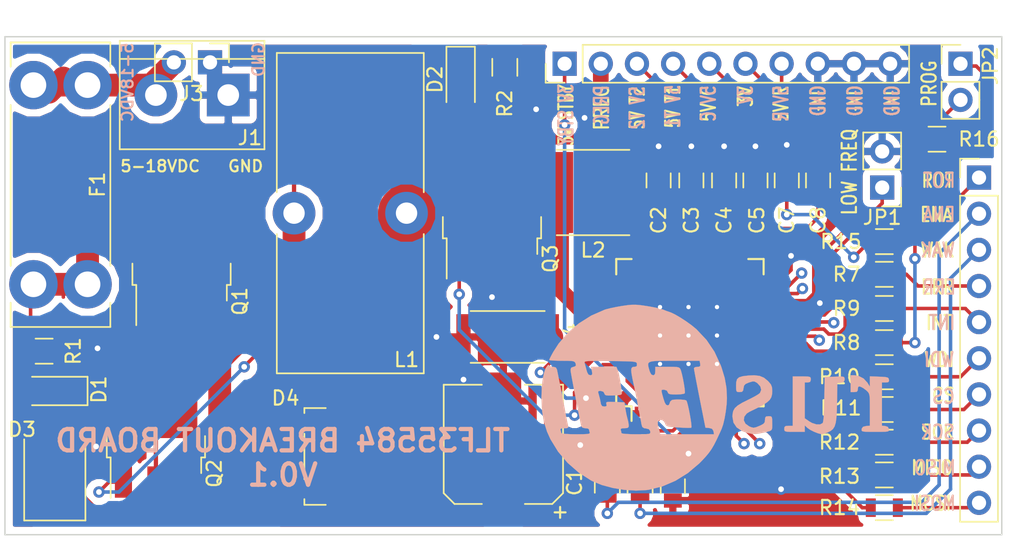
<source format=kicad_pcb>
(kicad_pcb (version 4) (host pcbnew 4.0.7)
  (layers (0 F.Cu signal) (31 B.Cu signal) (34 B.Paste user) (35 F.Paste user) (36 B.SilkS user) (37 F.SilkS user) (38 B.Mask user) (39 F.Mask user) (44 Edge.Cuts user))
  (net 0 "")
  (net 1 GND)
  (net 2 /VST)
  (net 3 /V_PREREG)
  (net 4 /5V_TRACKER1)
  (net 5 /5V_TRACKER2)
  (net 6 /5V_COMMS)
  (net 7 /3.3V_STBY)
  (net 8 /3.3V_UC)
  (net 9 /5V_REF)
  (net 10 "Net-(D1-Pad1)")
  (net 11 "Net-(D2-Pad2)")
  (net 12 "Net-(D2-Pad1)")
  (net 13 "Net-(D4-Pad2)")
  (net 14 /12V_BAT)
  (net 15 "Net-(F1-Pad1)")
  (net 16 /SPI_MOSI)
  (net 17 /SPI_MISO)
  (net 18 /SPI_SCK)
  (net 19 /SPI_CS)
  (net 20 /INT)
  (net 21 /ERR)
  (net 22 /WAKE)
  (net 23 /ENABLE)
  (net 24 "Net-(JP1-Pad1)")
  (net 25 "Net-(L2-Pad1)")
  (net 26 "Net-(Q1-Pad3)")
  (net 27 "Net-(Q3-Pad1)")
  (net 28 "Net-(Q3-Pad3)")
  (net 29 "Net-(R5-Pad2)")
  (net 30 "Net-(R6-Pad2)")
  (net 31 "Net-(R7-Pad1)")
  (net 32 "Net-(R8-Pad1)")
  (net 33 "Net-(R9-Pad1)")
  (net 34 "Net-(R10-Pad1)")
  (net 35 "Net-(R11-Pad1)")
  (net 36 "Net-(R12-Pad1)")
  (net 37 "Net-(R13-Pad1)")
  (net 38 "Net-(R14-Pad1)")
  (net 39 /WDI)
  (net 40 /ROT)
  (net 41 "Net-(JP2-Pad1)")
  (module TO_SOT_Packages_SMD:TO-252-2 (layer F.Cu) (at 128.6 93.675 90)
    (fp_text reference Q1 (at -3.625 4.1 90) (layer F.SilkS))
    (fp_text value DN2625K4)
    (pad 1 smd rect (at -4.2 -2.28 90) (size 2.2 1.2) (layers F.Cu F.Paste F.Mask) (net 10 "Net-(D1-Pad1)"))
    (pad 3 smd rect (at -4.2 2.28 90) (size 2.2 1.2) (layers F.Cu F.Paste F.Mask) (net 26 "Net-(Q1-Pad3)"))
    (pad 2 smd rect (at 2.1 0 90) (size 6.4 5.8) (layers F.Cu F.Mask) (net 15 "Net-(F1-Pad1)"))
    (pad 2 smd rect (at 3.775 1.525 90) (size 3.05 2.75) (layers F.Cu F.Paste) (net 15 "Net-(F1-Pad1)"))
    (pad 2 smd rect (at 0.425 -1.525 90) (size 3.05 2.75) (layers F.Cu F.Paste) (net 15 "Net-(F1-Pad1)"))
    (pad 2 smd rect (at 3.775 -1.525 90) (size 3.05 2.75) (layers F.Cu F.Paste) (net 15 "Net-(F1-Pad1)"))
    (pad 2 smd rect (at 0.425 1.525 90) (size 3.05 2.75) (layers F.Cu F.Paste) (net 15 "Net-(F1-Pad1)"))
  )
  (module Capacitors_SMD:CP_Elec_8x10.5 (layer F.Cu) (at 151.2 107.35 90)
    (fp_text reference C1 (at -2.65 5 90) (layer F.SilkS))
    (fp_text value 100uF/50V)
    (fp_text user + (at -4.78 3.91 90) (layer F.SilkS))
    (pad 1 smd rect (at -3.05 0 270) (size 4 2.5) (layers F.Cu F.Paste F.Mask) (net 2 /VST))
    (pad 2 smd rect (at 3.05 0 270) (size 4 2.5) (layers F.Cu F.Paste F.Mask) (net 1 GND))
  )
  (module Capacitors_SMD:C_0805 (layer F.Cu) (at 162.1 88.8 270)
    (fp_text reference C2 (at 2.8 0 270) (layer F.SilkS))
    (fp_text value 22uF/16V)
    (pad 1 smd rect (at -1 0 270) (size 1 1.25) (layers F.Cu F.Paste F.Mask) (net 1 GND))
    (pad 2 smd rect (at 1 0 270) (size 1 1.25) (layers F.Cu F.Paste F.Mask) (net 3 /V_PREREG))
  )
  (module Capacitors_SMD:C_0805 (layer F.Cu) (at 164.4 88.8 90)
    (fp_text reference C3 (at -2.8 0 90) (layer F.SilkS))
    (fp_text value 4.7uF/16V)
    (pad 1 smd rect (at -1 0 90) (size 1 1.25) (layers F.Cu F.Paste F.Mask) (net 4 /5V_TRACKER1))
    (pad 2 smd rect (at 1 0 90) (size 1 1.25) (layers F.Cu F.Paste F.Mask) (net 1 GND))
  )
  (module Capacitors_SMD:C_0805 (layer F.Cu) (at 166.7 88.8 90)
    (fp_text reference C4 (at -2.8 0 90) (layer F.SilkS))
    (fp_text value 4.7uF/16V)
    (pad 1 smd rect (at -1 0 90) (size 1 1.25) (layers F.Cu F.Paste F.Mask) (net 5 /5V_TRACKER2))
    (pad 2 smd rect (at 1 0 90) (size 1 1.25) (layers F.Cu F.Paste F.Mask) (net 1 GND))
  )
  (module Capacitors_SMD:C_0805 (layer F.Cu) (at 168.9 88.8 90)
    (fp_text reference C5 (at -2.8 0.1 90) (layer F.SilkS))
    (fp_text value 22uF/16V)
    (pad 1 smd rect (at -1 0 90) (size 1 1.25) (layers F.Cu F.Paste F.Mask) (net 6 /5V_COMMS))
    (pad 2 smd rect (at 1 0 90) (size 1 1.25) (layers F.Cu F.Paste F.Mask) (net 1 GND))
  )
  (module Capacitors_SMD:C_0805 (layer F.Cu) (at 163.1 110.3 270)
    (fp_text reference C6 (at -2.8 -0.1 270) (layer F.SilkS))
    (fp_text value 4.7uF/16V)
    (pad 1 smd rect (at -1 0 270) (size 1 1.25) (layers F.Cu F.Paste F.Mask) (net 7 /3.3V_STBY))
    (pad 2 smd rect (at 1 0 270) (size 1 1.25) (layers F.Cu F.Paste F.Mask) (net 1 GND))
  )
  (module Capacitors_SMD:C_0805 (layer F.Cu) (at 171.1 88.8 90)
    (fp_text reference C7 (at -2.8 0 90) (layer F.SilkS))
    (fp_text value 22uF/16V)
    (pad 1 smd rect (at -1 0 90) (size 1 1.25) (layers F.Cu F.Paste F.Mask) (net 8 /3.3V_UC))
    (pad 2 smd rect (at 1 0 90) (size 1 1.25) (layers F.Cu F.Paste F.Mask) (net 1 GND))
  )
  (module Capacitors_SMD:C_0805 (layer F.Cu) (at 173.3 88.8 90)
    (fp_text reference C8 (at -2.8 0 90) (layer F.SilkS))
    (fp_text value 4.7uF/16V)
    (pad 1 smd rect (at -1 0 90) (size 1 1.25) (layers F.Cu F.Paste F.Mask) (net 9 /5V_REF))
    (pad 2 smd rect (at 1 0 90) (size 1 1.25) (layers F.Cu F.Paste F.Mask) (net 1 GND))
  )
  (module Diodes_SMD:D_SOD-123 (layer F.Cu) (at 119.75 103.6 180)
    (fp_text reference D1 (at -3.05 0.1 270) (layer F.SilkS))
    (fp_text value BZT52C18)
    (pad 1 smd rect (at -1.65 0 180) (size 0.9 1.2) (layers F.Cu F.Paste F.Mask) (net 10 "Net-(D1-Pad1)"))
    (pad 2 smd rect (at 1.65 0 180) (size 0.9 1.2) (layers F.Cu F.Paste F.Mask) (net 1 GND))
  )
  (module Diodes_SMD:D_SOD-123 (layer F.Cu) (at 148.2 81.65 270)
    (fp_text reference D2 (at 0.05 1.8 270) (layer F.SilkS))
    (fp_text value BZT52C18)
    (pad 1 smd rect (at -1.65 0 270) (size 0.9 1.2) (layers F.Cu F.Paste F.Mask) (net 12 "Net-(D2-Pad1)"))
    (pad 2 smd rect (at 1.65 0 270) (size 0.9 1.2) (layers F.Cu F.Paste F.Mask) (net 11 "Net-(D2-Pad2)"))
  )
  (module Diodes_SMD:D_SMB (layer F.Cu) (at 119.7 109.15 90)
    (fp_text reference D3 (at 2.85 -2.3) (layer F.SilkS))
    (fp_text value SMBJ24A)
    (pad 1 smd rect (at -2.15 0 90) (size 2.5 2.3) (layers F.Cu F.Paste F.Mask) (net 12 "Net-(D2-Pad1)"))
    (pad 2 smd rect (at 2.15 0 90) (size 2.5 2.3) (layers F.Cu F.Paste F.Mask) (net 1 GND))
  )
  (module Pin_Headers:Pin_Header_Straight_1x10_Pitch2.54mm (layer F.Cu) (at 184.6 88.6)
    (fp_text reference J2 hide)
    (fp_text value SIGNALS)
    (pad 1 thru_hole rect (at 0 0) (size 1.7 1.7) (drill 1) (layers *.Cu *.Mask) (net 40 /ROT))
    (pad 2 thru_hole oval (at 0 2.54) (size 1.7 1.7) (drill 1) (layers *.Cu *.Mask) (net 23 /ENABLE))
    (pad 3 thru_hole oval (at 0 5.08) (size 1.7 1.7) (drill 1) (layers *.Cu *.Mask) (net 22 /WAKE))
    (pad 4 thru_hole oval (at 0 7.62) (size 1.7 1.7) (drill 1) (layers *.Cu *.Mask) (net 21 /ERR))
    (pad 5 thru_hole oval (at 0 10.16) (size 1.7 1.7) (drill 1) (layers *.Cu *.Mask) (net 20 /INT))
    (pad 6 thru_hole oval (at 0 12.7) (size 1.7 1.7) (drill 1) (layers *.Cu *.Mask) (net 39 /WDI))
    (pad 7 thru_hole oval (at 0 15.24) (size 1.7 1.7) (drill 1) (layers *.Cu *.Mask) (net 19 /SPI_CS))
    (pad 8 thru_hole oval (at 0 17.78) (size 1.7 1.7) (drill 1) (layers *.Cu *.Mask) (net 18 /SPI_SCK))
    (pad 9 thru_hole oval (at 0 20.32) (size 1.7 1.7) (drill 1) (layers *.Cu *.Mask) (net 17 /SPI_MISO))
    (pad 10 thru_hole oval (at 0 22.86) (size 1.7 1.7) (drill 1) (layers *.Cu *.Mask) (net 16 /SPI_MOSI))
  )
  (module Pin_Headers:Pin_Header_Straight_1x02_Pitch2.54mm (layer F.Cu) (at 177.8 89.3 180)
    (fp_text reference JP1 (at 0 -2.1 180) (layer F.SilkS))
    (fp_text value FRE)
    (pad 1 thru_hole rect (at 0 0 180) (size 1.7 1.7) (drill 1) (layers *.Cu *.Mask) (net 24 "Net-(JP1-Pad1)"))
    (pad 2 thru_hole oval (at 0 2.54 180) (size 1.7 1.7) (drill 1) (layers *.Cu *.Mask) (net 1 GND))
  )
  (module Inductors_THT:L_Toroid_Vertical_L22.4mm_W10.2mm_P7.90mm_Vishay_TJ4 (layer F.Cu) (at 144.4 91.1 270)
    (fp_text reference L1 (at 10.3 0) (layer F.SilkS))
    (fp_text value 22uH/8A)
    (pad 1 thru_hole circle (at 0 0 270) (size 3 3) (drill 1.5) (layers *.Cu *.Mask) (net 13 "Net-(D4-Pad2)"))
    (pad 2 thru_hole circle (at 0 7.9 270) (size 3 3) (drill 1.5) (layers *.Cu *.Mask) (net 12 "Net-(D2-Pad1)"))
  )
  (module TO_SOT_Packages_SMD:TO-252-3_TabPin2 (layer F.Cu) (at 126.8 105.8 90)
    (fp_text reference Q2 (at -3.6 4.1 90) (layer F.SilkS))
    (fp_text value NTD2955T4G)
    (pad 1 smd rect (at -4.2 -2.28 90) (size 2.2 1.2) (layers F.Cu F.Paste F.Mask) (net 11 "Net-(D2-Pad2)"))
    (pad 2 smd rect (at -4.2 0 90) (size 2.2 1.2) (layers F.Cu F.Paste F.Mask) (net 26 "Net-(Q1-Pad3)"))
    (pad 3 smd rect (at -4.2 2.28 90) (size 2.2 1.2) (layers F.Cu F.Paste F.Mask) (net 12 "Net-(D2-Pad1)"))
    (pad 2 smd rect (at 2.1 0 90) (size 6.4 5.8) (layers F.Cu F.Mask) (net 26 "Net-(Q1-Pad3)"))
    (pad 2 smd rect (at 3.775 1.525 90) (size 3.05 2.75) (layers F.Cu F.Paste) (net 26 "Net-(Q1-Pad3)"))
    (pad 2 smd rect (at 0.425 -1.525 90) (size 3.05 2.75) (layers F.Cu F.Paste) (net 26 "Net-(Q1-Pad3)"))
    (pad 2 smd rect (at 3.775 -1.525 90) (size 3.05 2.75) (layers F.Cu F.Paste) (net 26 "Net-(Q1-Pad3)"))
    (pad 2 smd rect (at 0.425 1.525 90) (size 3.05 2.75) (layers F.Cu F.Paste) (net 26 "Net-(Q1-Pad3)"))
  )
  (module TO_SOT_Packages_SMD:TO-252-3_TabPin2 (layer F.Cu) (at 150.4 90.4 90)
    (fp_text reference Q3 (at -3.9 4.1 90) (layer F.SilkS))
    (fp_text value NTD20N06LT4G)
    (pad 1 smd rect (at -4.2 -2.28 90) (size 2.2 1.2) (layers F.Cu F.Paste F.Mask) (net 27 "Net-(Q3-Pad1)"))
    (pad 2 smd rect (at -4.2 0 90) (size 2.2 1.2) (layers F.Cu F.Paste F.Mask) (net 13 "Net-(D4-Pad2)"))
    (pad 3 smd rect (at -4.2 2.28 90) (size 2.2 1.2) (layers F.Cu F.Paste F.Mask) (net 28 "Net-(Q3-Pad3)"))
    (pad 2 smd rect (at 2.1 0 90) (size 6.4 5.8) (layers F.Cu F.Mask) (net 13 "Net-(D4-Pad2)"))
    (pad 2 smd rect (at 3.775 1.525 90) (size 3.05 2.75) (layers F.Cu F.Paste) (net 13 "Net-(D4-Pad2)"))
    (pad 2 smd rect (at 0.425 -1.525 90) (size 3.05 2.75) (layers F.Cu F.Paste) (net 13 "Net-(D4-Pad2)"))
    (pad 2 smd rect (at 3.775 -1.525 90) (size 3.05 2.75) (layers F.Cu F.Paste) (net 13 "Net-(D4-Pad2)"))
    (pad 2 smd rect (at 0.425 1.525 90) (size 3.05 2.75) (layers F.Cu F.Paste) (net 13 "Net-(D4-Pad2)"))
  )
  (module Resistors_SMD:R_0805 (layer F.Cu) (at 118.95 100.8)
    (fp_text reference R1 (at 2.05 0 90) (layer F.SilkS))
    (fp_text value 100K)
    (pad 1 smd rect (at -0.95 0) (size 0.7 1.3) (layers F.Cu F.Paste F.Mask) (net 15 "Net-(F1-Pad1)"))
    (pad 2 smd rect (at 0.95 0) (size 0.7 1.3) (layers F.Cu F.Paste F.Mask) (net 10 "Net-(D1-Pad1)"))
  )
  (module Resistors_SMD:R_0805 (layer F.Cu) (at 151.3 80.85 90)
    (fp_text reference R2 (at -2.55 0 270) (layer F.SilkS))
    (fp_text value 39K)
    (pad 1 smd rect (at -0.95 0 90) (size 0.7 1.3) (layers F.Cu F.Paste F.Mask) (net 11 "Net-(D2-Pad2)"))
    (pad 2 smd rect (at 0.95 0 90) (size 0.7 1.3) (layers F.Cu F.Paste F.Mask) (net 1 GND))
  )
  (module Resistors_SMD:R_0805 (layer F.Cu) (at 158.5 110.15 90)
    (fp_text reference R5 (at 2.65 0.1 90) (layer F.SilkS))
    (fp_text value 1K)
    (pad 1 smd rect (at -0.95 0 90) (size 0.7 1.3) (layers F.Cu F.Paste F.Mask) (net 23 /ENABLE))
    (pad 2 smd rect (at 0.95 0 90) (size 0.7 1.3) (layers F.Cu F.Paste F.Mask) (net 29 "Net-(R5-Pad2)"))
  )
  (module Resistors_SMD:R_0805 (layer F.Cu) (at 160.8 110.15 90)
    (fp_text reference R6 (at 2.65 0.1 90) (layer F.SilkS))
    (fp_text value 1K)
    (pad 1 smd rect (at -0.95 0 90) (size 0.7 1.3) (layers F.Cu F.Paste F.Mask) (net 22 /WAKE))
    (pad 2 smd rect (at 0.95 0 90) (size 0.7 1.3) (layers F.Cu F.Paste F.Mask) (net 30 "Net-(R6-Pad2)"))
  )
  (module Resistors_SMD:R_0805 (layer F.Cu) (at 177.95 95.4)
    (fp_text reference R7 (at -2.65 0) (layer F.SilkS))
    (fp_text value 1K)
    (pad 1 smd rect (at -0.95 0) (size 0.7 1.3) (layers F.Cu F.Paste F.Mask) (net 31 "Net-(R7-Pad1)"))
    (pad 2 smd rect (at 0.95 0) (size 0.7 1.3) (layers F.Cu F.Paste F.Mask) (net 21 /ERR))
  )
  (module Resistors_SMD:R_0805 (layer F.Cu) (at 177.95 100.2)
    (fp_text reference R8 (at -2.65 0) (layer F.SilkS))
    (fp_text value 1K)
    (pad 1 smd rect (at -0.95 0) (size 0.7 1.3) (layers F.Cu F.Paste F.Mask) (net 32 "Net-(R8-Pad1)"))
    (pad 2 smd rect (at 0.95 0) (size 0.7 1.3) (layers F.Cu F.Paste F.Mask) (net 40 /ROT))
  )
  (module Resistors_SMD:R_0805 (layer F.Cu) (at 177.95 97.8)
    (fp_text reference R9 (at -2.65 0) (layer F.SilkS))
    (fp_text value 1K)
    (pad 1 smd rect (at -0.95 0) (size 0.7 1.3) (layers F.Cu F.Paste F.Mask) (net 33 "Net-(R9-Pad1)"))
    (pad 2 smd rect (at 0.95 0) (size 0.7 1.3) (layers F.Cu F.Paste F.Mask) (net 20 /INT))
  )
  (module Resistors_SMD:R_0805 (layer F.Cu) (at 177.95 102.6)
    (fp_text reference R10 (at -3.15 0) (layer F.SilkS))
    (fp_text value 1K)
    (pad 1 smd rect (at -0.95 0) (size 0.7 1.3) (layers F.Cu F.Paste F.Mask) (net 34 "Net-(R10-Pad1)"))
    (pad 2 smd rect (at 0.95 0) (size 0.7 1.3) (layers F.Cu F.Paste F.Mask) (net 39 /WDI))
  )
  (module Resistors_SMD:R_0805 (layer F.Cu) (at 177.95 104.9)
    (fp_text reference R11 (at -3.05 -0.1) (layer F.SilkS))
    (fp_text value 1K)
    (pad 1 smd rect (at -0.95 0) (size 0.7 1.3) (layers F.Cu F.Paste F.Mask) (net 35 "Net-(R11-Pad1)"))
    (pad 2 smd rect (at 0.95 0) (size 0.7 1.3) (layers F.Cu F.Paste F.Mask) (net 19 /SPI_CS))
  )
  (module Resistors_SMD:R_0805 (layer F.Cu) (at 177.95 107.2)
    (fp_text reference R12 (at -3.15 0) (layer F.SilkS))
    (fp_text value 1K)
    (pad 1 smd rect (at -0.95 0) (size 0.7 1.3) (layers F.Cu F.Paste F.Mask) (net 36 "Net-(R12-Pad1)"))
    (pad 2 smd rect (at 0.95 0) (size 0.7 1.3) (layers F.Cu F.Paste F.Mask) (net 18 /SPI_SCK))
  )
  (module Resistors_SMD:R_0805 (layer F.Cu) (at 177.95 109.5)
    (fp_text reference R13 (at -3.15 0.1) (layer F.SilkS))
    (fp_text value 1K)
    (pad 1 smd rect (at -0.95 0) (size 0.7 1.3) (layers F.Cu F.Paste F.Mask) (net 37 "Net-(R13-Pad1)"))
    (pad 2 smd rect (at 0.95 0) (size 0.7 1.3) (layers F.Cu F.Paste F.Mask) (net 17 /SPI_MISO))
  )
  (module Resistors_SMD:R_0805 (layer F.Cu) (at 177.95 111.8)
    (fp_text reference R14 (at -3.15 0) (layer F.SilkS))
    (fp_text value 1K)
    (pad 1 smd rect (at -0.95 0) (size 0.7 1.3) (layers F.Cu F.Paste F.Mask) (net 38 "Net-(R14-Pad1)"))
    (pad 2 smd rect (at 0.95 0) (size 0.7 1.3) (layers F.Cu F.Paste F.Mask) (net 16 /SPI_MOSI))
  )
  (module Resistors_SMD:R_0805 (layer F.Cu) (at 177.95 93.1)
    (fp_text reference R15 (at -3.05 0) (layer F.SilkS))
    (fp_text value 10K)
    (pad 1 smd rect (at -0.95 0) (size 0.7 1.3) (layers F.Cu F.Paste F.Mask) (net 8 /3.3V_UC))
    (pad 2 smd rect (at 0.95 0) (size 0.7 1.3) (layers F.Cu F.Paste F.Mask) (net 40 /ROT))
  )
  (module Housings_QFP:LQFP-64-1EP_10x10mm_Pitch0.5mm (layer F.Cu) (at 164.3 99.5 90)
    (fp_text reference U1 (at -6.1 -5.3 180) (layer F.SilkS))
    (fp_text value TLF35584QKVS2)
    (pad 1 smd rect (at -5.7 -3.75 90) (size 1 0.25) (layers F.Cu F.Paste F.Mask) (net 1 GND))
    (pad 2 smd rect (at -5.7 -3.25 90) (size 1 0.25) (layers F.Cu F.Paste F.Mask) (net 1 GND))
    (pad 3 smd rect (at -5.7 -2.75 90) (size 1 0.25) (layers F.Cu F.Paste F.Mask))
    (pad 4 smd rect (at -5.7 -2.25 90) (size 1 0.25) (layers F.Cu F.Paste F.Mask))
    (pad 5 smd rect (at -5.7 -1.75 90) (size 1 0.25) (layers F.Cu F.Paste F.Mask) (net 2 /VST))
    (pad 6 smd rect (at -5.7 -1.25 90) (size 1 0.25) (layers F.Cu F.Paste F.Mask))
    (pad 7 smd rect (at -5.7 -0.75 90) (size 1 0.25) (layers F.Cu F.Paste F.Mask) (net 29 "Net-(R5-Pad2)"))
    (pad 8 smd rect (at -5.7 -0.25 90) (size 1 0.25) (layers F.Cu F.Paste F.Mask) (net 30 "Net-(R6-Pad2)"))
    (pad 9 smd rect (at -5.7 0.25 90) (size 1 0.25) (layers F.Cu F.Paste F.Mask))
    (pad 10 smd rect (at -5.7 0.75 90) (size 1 0.25) (layers F.Cu F.Paste F.Mask) (net 7 /3.3V_STBY))
    (pad 11 smd rect (at -5.7 1.25 90) (size 1 0.25) (layers F.Cu F.Paste F.Mask) (net 1 GND))
    (pad 12 smd rect (at -5.7 1.75 90) (size 1 0.25) (layers F.Cu F.Paste F.Mask) (net 1 GND))
    (pad 13 smd rect (at -5.7 2.25 90) (size 1 0.25) (layers F.Cu F.Paste F.Mask) (net 1 GND))
    (pad 14 smd rect (at -5.7 2.75 90) (size 1 0.25) (layers F.Cu F.Paste F.Mask))
    (pad 15 smd rect (at -5.7 3.25 90) (size 1 0.25) (layers F.Cu F.Paste F.Mask))
    (pad 16 smd rect (at -5.7 3.75 90) (size 1 0.25) (layers F.Cu F.Paste F.Mask))
    (pad 17 smd rect (at -3.75 5.7 180) (size 1 0.25) (layers F.Cu F.Paste F.Mask) (net 38 "Net-(R14-Pad1)"))
    (pad 18 smd rect (at -3.25 5.7 180) (size 1 0.25) (layers F.Cu F.Paste F.Mask) (net 37 "Net-(R13-Pad1)"))
    (pad 19 smd rect (at -2.75 5.7 180) (size 1 0.25) (layers F.Cu F.Paste F.Mask) (net 36 "Net-(R12-Pad1)"))
    (pad 20 smd rect (at -2.25 5.7 180) (size 1 0.25) (layers F.Cu F.Paste F.Mask) (net 35 "Net-(R11-Pad1)"))
    (pad 21 smd rect (at -1.75 5.7 180) (size 1 0.25) (layers F.Cu F.Paste F.Mask) (net 34 "Net-(R10-Pad1)"))
    (pad 22 smd rect (at -1.25 5.7 180) (size 1 0.25) (layers F.Cu F.Paste F.Mask) (net 32 "Net-(R8-Pad1)"))
    (pad 23 smd rect (at -0.75 5.7 180) (size 1 0.25) (layers F.Cu F.Paste F.Mask) (net 33 "Net-(R9-Pad1)"))
    (pad 24 smd rect (at -0.25 5.7 180) (size 1 0.25) (layers F.Cu F.Paste F.Mask))
    (pad 25 smd rect (at 0.25 5.7 180) (size 1 0.25) (layers F.Cu F.Paste F.Mask) (net 31 "Net-(R7-Pad1)"))
    (pad 26 smd rect (at 0.75 5.7 180) (size 1 0.25) (layers F.Cu F.Paste F.Mask))
    (pad 27 smd rect (at 1.25 5.7 180) (size 1 0.25) (layers F.Cu F.Paste F.Mask) (net 41 "Net-(JP2-Pad1)"))
    (pad 28 smd rect (at 1.75 5.7 180) (size 1 0.25) (layers F.Cu F.Paste F.Mask) (net 1 GND))
    (pad 29 smd rect (at 2.25 5.7 180) (size 1 0.25) (layers F.Cu F.Paste F.Mask) (net 24 "Net-(JP1-Pad1)"))
    (pad 30 smd rect (at 2.75 5.7 180) (size 1 0.25) (layers F.Cu F.Paste F.Mask))
    (pad 31 smd rect (at 3.25 5.7 180) (size 1 0.25) (layers F.Cu F.Paste F.Mask))
    (pad 32 smd rect (at 3.75 5.7 180) (size 1 0.25) (layers F.Cu F.Paste F.Mask) (net 1 GND))
    (pad 33 smd rect (at 5.7 3.75 90) (size 1 0.25) (layers F.Cu F.Paste F.Mask))
    (pad 34 smd rect (at 5.7 3.25 90) (size 1 0.25) (layers F.Cu F.Paste F.Mask))
    (pad 35 smd rect (at 5.7 2.75 90) (size 1 0.25) (layers F.Cu F.Paste F.Mask) (net 1 GND))
    (pad 36 smd rect (at 5.7 2.25 90) (size 1 0.25) (layers F.Cu F.Paste F.Mask) (net 1 GND))
    (pad 37 smd rect (at 5.7 1.75 90) (size 1 0.25) (layers F.Cu F.Paste F.Mask))
    (pad 38 smd rect (at 5.7 1.25 90) (size 1 0.25) (layers F.Cu F.Paste F.Mask) (net 9 /5V_REF))
    (pad 39 smd rect (at 5.7 0.75 90) (size 1 0.25) (layers F.Cu F.Paste F.Mask) (net 8 /3.3V_UC))
    (pad 40 smd rect (at 5.7 0.25 90) (size 1 0.25) (layers F.Cu F.Paste F.Mask) (net 8 /3.3V_UC))
    (pad 41 smd rect (at 5.7 -0.25 90) (size 1 0.25) (layers F.Cu F.Paste F.Mask) (net 6 /5V_COMMS))
    (pad 42 smd rect (at 5.7 -0.75 90) (size 1 0.25) (layers F.Cu F.Paste F.Mask) (net 5 /5V_TRACKER2))
    (pad 43 smd rect (at 5.7 -1.25 90) (size 1 0.25) (layers F.Cu F.Paste F.Mask) (net 5 /5V_TRACKER2))
    (pad 44 smd rect (at 5.7 -1.75 90) (size 1 0.25) (layers F.Cu F.Paste F.Mask) (net 4 /5V_TRACKER1))
    (pad 45 smd rect (at 5.7 -2.25 90) (size 1 0.25) (layers F.Cu F.Paste F.Mask) (net 4 /5V_TRACKER1))
    (pad 46 smd rect (at 5.7 -2.75 90) (size 1 0.25) (layers F.Cu F.Paste F.Mask) (net 3 /V_PREREG))
    (pad 47 smd rect (at 5.7 -3.25 90) (size 1 0.25) (layers F.Cu F.Paste F.Mask) (net 3 /V_PREREG))
    (pad 48 smd rect (at 5.7 -3.75 90) (size 1 0.25) (layers F.Cu F.Paste F.Mask) (net 3 /V_PREREG))
    (pad 49 smd rect (at 3.75 -5.7 180) (size 1 0.25) (layers F.Cu F.Paste F.Mask) (net 3 /V_PREREG))
    (pad 50 smd rect (at 3.25 -5.7 180) (size 1 0.25) (layers F.Cu F.Paste F.Mask) (net 1 GND))
    (pad 51 smd rect (at 2.75 -5.7 180) (size 1 0.25) (layers F.Cu F.Paste F.Mask) (net 1 GND))
    (pad 52 smd rect (at 2.25 -5.7 180) (size 1 0.25) (layers F.Cu F.Paste F.Mask) (net 1 GND))
    (pad 53 smd rect (at 1.75 -5.7 180) (size 1 0.25) (layers F.Cu F.Paste F.Mask))
    (pad 54 smd rect (at 1.25 -5.7 180) (size 1 0.25) (layers F.Cu F.Paste F.Mask))
    (pad 55 smd rect (at 0.75 -5.7 180) (size 1 0.25) (layers F.Cu F.Paste F.Mask) (net 25 "Net-(L2-Pad1)"))
    (pad 56 smd rect (at 0.25 -5.7 180) (size 1 0.25) (layers F.Cu F.Paste F.Mask) (net 25 "Net-(L2-Pad1)"))
    (pad 57 smd rect (at -0.25 -5.7 180) (size 1 0.25) (layers F.Cu F.Paste F.Mask))
    (pad 58 smd rect (at -0.75 -5.7 180) (size 1 0.25) (layers F.Cu F.Paste F.Mask))
    (pad 59 smd rect (at -1.25 -5.7 180) (size 1 0.25) (layers F.Cu F.Paste F.Mask) (net 2 /VST))
    (pad 60 smd rect (at -1.75 -5.7 180) (size 1 0.25) (layers F.Cu F.Paste F.Mask) (net 2 /VST))
    (pad 61 smd rect (at -2.25 -5.7 180) (size 1 0.25) (layers F.Cu F.Paste F.Mask))
    (pad 62 smd rect (at -2.75 -5.7 180) (size 1 0.25) (layers F.Cu F.Paste F.Mask))
    (pad 63 smd rect (at -3.25 -5.7 180) (size 1 0.25) (layers F.Cu F.Paste F.Mask) (net 27 "Net-(Q3-Pad1)"))
    (pad 64 smd rect (at -3.75 -5.7 180) (size 1 0.25) (layers F.Cu F.Paste F.Mask) (net 28 "Net-(Q3-Pad3)"))
    (pad 65 smd rect (at -2.6 -2.6 90) (size 1.3 1.3) (layers F.Cu F.Paste F.Mask) (net 1 GND))
    (pad 65 smd rect (at -1.3 -2.6 90) (size 1.3 1.3) (layers F.Cu F.Paste F.Mask) (net 1 GND))
    (pad 65 smd rect (at 0 -2.6 90) (size 1.3 1.3) (layers F.Cu F.Paste F.Mask) (net 1 GND))
    (pad 65 smd rect (at 1.3 -2.6 90) (size 1.3 1.3) (layers F.Cu F.Paste F.Mask) (net 1 GND))
    (pad 65 smd rect (at 2.6 -2.6 90) (size 1.3 1.3) (layers F.Cu F.Paste F.Mask) (net 1 GND))
    (pad 65 smd rect (at -2.6 -1.3 90) (size 1.3 1.3) (layers F.Cu F.Paste F.Mask) (net 1 GND))
    (pad 65 smd rect (at -1.3 -1.3 90) (size 1.3 1.3) (layers F.Cu F.Paste F.Mask) (net 1 GND))
    (pad 65 smd rect (at 0 -1.3 90) (size 1.3 1.3) (layers F.Cu F.Paste F.Mask) (net 1 GND))
    (pad 65 smd rect (at 1.3 -1.3 90) (size 1.3 1.3) (layers F.Cu F.Paste F.Mask) (net 1 GND))
    (pad 65 smd rect (at 2.6 -1.3 90) (size 1.3 1.3) (layers F.Cu F.Paste F.Mask) (net 1 GND))
    (pad 65 smd rect (at -2.6 0 90) (size 1.3 1.3) (layers F.Cu F.Paste F.Mask) (net 1 GND))
    (pad 65 smd rect (at -1.3 0 90) (size 1.3 1.3) (layers F.Cu F.Paste F.Mask) (net 1 GND))
    (pad 65 smd rect (at 0 0 90) (size 1.3 1.3) (layers F.Cu F.Paste F.Mask) (net 1 GND))
    (pad 65 smd rect (at 1.3 0 90) (size 1.3 1.3) (layers F.Cu F.Paste F.Mask) (net 1 GND))
    (pad 65 smd rect (at 2.6 0 90) (size 1.3 1.3) (layers F.Cu F.Paste F.Mask) (net 1 GND))
    (pad 65 smd rect (at -2.6 1.3 90) (size 1.3 1.3) (layers F.Cu F.Paste F.Mask) (net 1 GND))
    (pad 65 smd rect (at -1.3 1.3 90) (size 1.3 1.3) (layers F.Cu F.Paste F.Mask) (net 1 GND))
    (pad 65 smd rect (at 0 1.3 90) (size 1.3 1.3) (layers F.Cu F.Paste F.Mask) (net 1 GND))
    (pad 65 smd rect (at 1.3 1.3 90) (size 1.3 1.3) (layers F.Cu F.Paste F.Mask) (net 1 GND))
    (pad 65 smd rect (at 2.6 1.3 90) (size 1.3 1.3) (layers F.Cu F.Paste F.Mask) (net 1 GND))
    (pad 65 smd rect (at -2.6 2.6 90) (size 1.3 1.3) (layers F.Cu F.Paste F.Mask) (net 1 GND))
    (pad 65 smd rect (at -1.3 2.6 90) (size 1.3 1.3) (layers F.Cu F.Paste F.Mask) (net 1 GND))
    (pad 65 smd rect (at 0 2.6 90) (size 1.3 1.3) (layers F.Cu F.Paste F.Mask) (net 1 GND))
    (pad 65 smd rect (at 1.3 2.6 90) (size 1.3 1.3) (layers F.Cu F.Paste F.Mask) (net 1 GND))
    (pad 65 smd rect (at 2.6 2.6 90) (size 1.3 1.3) (layers F.Cu F.Paste F.Mask) (net 1 GND))
  )
  (module "TL35584 breakout:DPAK_Diode" (layer F.Cu) (at 139.5 108.2)
    (fp_text reference D4 (at -3.6 -4.1) (layer F.SilkS))
    (fp_text value MBRD835LT4G)
    (pad 1 smd rect (at 3.15 0 270) (size 6.7 6.7) (layers F.Cu F.Paste F.Mask) (net 2 /VST))
    (pad 2 smd rect (at -4.7 2.28 270) (size 1.6 3) (layers F.Cu F.Paste F.Mask) (net 13 "Net-(D4-Pad2)"))
    (pad 2 smd rect (at -4.7 -2.3 270) (size 1.6 3) (layers F.Cu F.Paste F.Mask) (net 13 "Net-(D4-Pad2)"))
  )
  (module Pin_Headers:Pin_Header_Straight_1x02_Pitch2.54mm (layer F.Cu) (at 183.3 80.6)
    (fp_text reference JP2 (at 2.1 0.14 90) (layer F.SilkS))
    (fp_text value MPS)
    (pad 1 thru_hole rect (at 0 0) (size 1.7 1.7) (drill 1) (layers *.Cu *.Mask) (net 41 "Net-(JP2-Pad1)"))
    (pad 2 thru_hole oval (at 0 2.54) (size 1.7 1.7) (drill 1) (layers *.Cu *.Mask) (net 9 /5V_REF))
  )
  (module Resistors_SMD:R_2512 (layer F.Cu) (at 151.5 99.8)
    (fp_text reference R4 (at 4.5 0 90) (layer F.SilkS))
    (fp_text value 0.03R)
    (pad 1 smd rect (at -3.1 0) (size 1 3.2) (layers F.Cu F.Paste F.Mask) (net 1 GND))
    (pad 2 smd rect (at 3.1 0) (size 1 3.2) (layers F.Cu F.Paste F.Mask) (net 28 "Net-(Q3-Pad3)"))
  )
  (module "TL35584 breakout:Fuseholder_blade" (layer F.Cu) (at 118.2 96.1 90)
    (fp_text reference F1 (at 7 4.5 90) (layer F.SilkS))
    (fp_text value "5A Fuse")
    (pad 2 thru_hole circle (at 14 0 90) (size 3.4 3.4) (drill 1.8) (layers *.Cu *.Mask) (net 14 /12V_BAT))
    (pad 2 thru_hole circle (at 14 3.8 90) (size 3.4 3.4) (drill 1.8) (layers *.Cu *.Mask) (net 14 /12V_BAT))
    (pad 1 thru_hole circle (at 0 0 90) (size 3.4 3.4) (drill 1.8) (layers *.Cu *.Mask) (net 15 "Net-(F1-Pad1)"))
    (pad 1 thru_hole circle (at 0 3.8 90) (size 3.4 3.4) (drill 1.8) (layers *.Cu *.Mask) (net 15 "Net-(F1-Pad1)"))
  )
  (module Pin_Headers:Pin_Header_Straight_1x02_Pitch2.54mm (layer F.Cu) (at 130.6 80.5 270)
    (fp_text reference J3 (at 2.2 1.3) (layer F.SilkS))
    (fp_text value POWER_IN)
    (pad 1 thru_hole rect (at 0 0 270) (size 1.7 1.7) (drill 1) (layers *.Cu *.Mask) (net 1 GND))
    (pad 2 thru_hole oval (at 0 2.54 270) (size 1.7 1.7) (drill 1) (layers *.Cu *.Mask) (net 14 /12V_BAT))
  )
  (module Pin_Headers:Pin_Header_Straight_1x10_Pitch2.54mm (layer F.Cu) (at 155.5 80.6 90)
    (fp_text reference J4 hide)
    (fp_text value POWER_OUT)
    (pad 1 thru_hole rect (at 0 0 90) (size 1.7 1.7) (drill 1) (layers *.Cu *.Mask) (net 7 /3.3V_STBY))
    (pad 2 thru_hole oval (at 0 2.54 90) (size 1.7 1.7) (drill 1) (layers *.Cu *.Mask) (net 3 /V_PREREG))
    (pad 3 thru_hole oval (at 0 5.08 90) (size 1.7 1.7) (drill 1) (layers *.Cu *.Mask) (net 4 /5V_TRACKER1))
    (pad 4 thru_hole oval (at 0 7.62 90) (size 1.7 1.7) (drill 1) (layers *.Cu *.Mask) (net 5 /5V_TRACKER2))
    (pad 5 thru_hole oval (at 0 10.16 90) (size 1.7 1.7) (drill 1) (layers *.Cu *.Mask) (net 6 /5V_COMMS))
    (pad 6 thru_hole oval (at 0 12.7 90) (size 1.7 1.7) (drill 1) (layers *.Cu *.Mask) (net 8 /3.3V_UC))
    (pad 7 thru_hole oval (at 0 15.24 90) (size 1.7 1.7) (drill 1) (layers *.Cu *.Mask) (net 9 /5V_REF))
    (pad 8 thru_hole oval (at 0 17.78 90) (size 1.7 1.7) (drill 1) (layers *.Cu *.Mask) (net 1 GND))
    (pad 9 thru_hole oval (at 0 20.32 90) (size 1.7 1.7) (drill 1) (layers *.Cu *.Mask) (net 1 GND))
    (pad 10 thru_hole oval (at 0 22.86 90) (size 1.7 1.7) (drill 1) (layers *.Cu *.Mask) (net 1 GND))
  )
  (module "TL35584 breakout:TerminalBlock_bornier-2_P5.08mm" (layer F.Cu) (at 131.88 82.8 180)
    (fp_text reference J1 (at -1.52 -3 180) (layer F.SilkS))
    (fp_text value POWER_IN)
    (pad 1 thru_hole rect (at 0 0 180) (size 3 3) (drill 1.52) (layers *.Cu *.Mask) (net 1 GND))
    (pad 2 thru_hole circle (at 5.08 0 180) (size 3 3) (drill 1.52) (layers *.Cu *.Mask) (net 14 /12V_BAT))
  )
  (module Resistors_SMD:R_0805 (layer F.Cu) (at 181.65 85.9 180)
    (fp_text reference R16 (at -2.95 0 180) (layer F.SilkS))
    (fp_text value 10K)
    (pad 1 smd rect (at -0.95 0 180) (size 0.7 1.3) (layers F.Cu F.Paste F.Mask) (net 41 "Net-(JP2-Pad1)"))
    (pad 2 smd rect (at 0.95 0 180) (size 0.7 1.3) (layers F.Cu F.Paste F.Mask) (net 1 GND))
  )
  (module "TL35584 breakout:6.0X6.0X3.0" (layer F.Cu) (at 157.5 89.65)
    (fp_text reference L2 (at 0 4.05) (layer F.SilkS))
    (fp_text value 4.7uH/3A)
    (pad 2 smd rect (at 2.25 0) (size 1.7 5.7) (layers F.Cu F.Paste F.Mask) (net 3 /V_PREREG))
    (pad 1 smd rect (at -2.25 0) (size 1.7 5.7) (layers F.Cu F.Paste F.Mask) (net 25 "Net-(L2-Pad1)"))
  )
  (module "TL35584 breakout:gerefi_logo_25mm" (layer B.Cu) (at 166.1 104.1 180)
    (fp_text reference G*** hide)
    (fp_text value gerefi_logo_25mm hide)
  )
  (gr_text MOSI (at 181.5 111.5) (layer B.SilkS) (effects (font (size 1 0.8)) (justify mirror)))
  (gr_text MISO (at 181.5 109) (layer B.SilkS) (effects (font (size 1 0.8)) (justify mirror)))
  (gr_text SCK (at 181.7 106.5) (layer B.SilkS) (effects (font (size 1 0.8)) (justify mirror)))
  (gr_text CS (at 182.1 104) (layer B.SilkS) (effects (font (size 1 0.8)) (justify mirror)))
  (gr_text WDI (at 181.8 101.4) (layer B.SilkS) (effects (font (size 1 0.8)) (justify mirror)))
  (gr_text INT (at 182 98.8) (layer B.SilkS) (effects (font (size 1 0.8)) (justify mirror)))
  (gr_text ERR (at 181.8 96.3) (layer B.SilkS) (effects (font (size 1 0.8)) (justify mirror)))
  (gr_text WAK (at 181.7 93.7) (layer B.SilkS) (effects (font (size 1 0.8)) (justify mirror)))
  (gr_text ENA (at 181.8 91.2) (layer B.SilkS) (effects (font (size 1 0.8)) (justify mirror)))
  (gr_text ROT (at 181.8 88.8) (layer B.SilkS) (effects (font (size 1 0.8)) (justify mirror)))
  (gr_text "3V STBY\n" (at 155.6 84.2 90) (layer B.SilkS) (effects (font (size 1 0.7)) (justify mirror)))
  (gr_text "PREG\n" (at 158.1 83.5 90) (layer B.SilkS) (effects (font (size 1 0.7)) (justify mirror)))
  (gr_text "5V T2\n" (at 160.6 83.7 90) (layer B.SilkS) (effects (font (size 1 0.7)) (justify mirror)))
  (gr_text "5V T1\n" (at 163.1 83.6 90) (layer B.SilkS) (effects (font (size 1 0.7)) (justify mirror)))
  (gr_text "5V C\n" (at 165.6 83.4 90) (layer B.SilkS) (effects (font (size 1 0.7)) (justify mirror)))
  (gr_text "3V\n" (at 168.2 82.8 90) (layer B.SilkS) (effects (font (size 1 0.7)) (justify mirror)))
  (gr_text "5V R\n" (at 170.7 83.4 90) (layer B.SilkS) (effects (font (size 1 0.7)) (justify mirror)))
  (gr_text "GND\n" (at 173.3 83.2 90) (layer B.SilkS) (effects (font (size 1 0.7)) (justify mirror)))
  (gr_text "GND\n" (at 175.9 83.2 90) (layer B.SilkS) (effects (font (size 1 0.7)) (justify mirror)))
  (gr_text "GND\n" (at 178.5 83.2 90) (layer B.SilkS) (effects (font (size 1 0.7)) (justify mirror)))
  (gr_text 5-18VDC (at 124.8 81.9 90) (layer B.SilkS) (effects (font (size 0.8 0.8)) (justify mirror)))
  (gr_text GND (at 134 80.3 90) (layer B.SilkS) (effects (font (size 0.8 0.8)) (justify mirror)))
  (gr_text "GND\n" (at 178.5 83.2 90) (layer F.SilkS) (effects (font (size 1 0.7))))
  (gr_text GND (at 175.9 83.2 90) (layer F.SilkS) (effects (font (size 1 0.7))))
  (gr_text "TLF35584 BREAKOUT BOARD\nV0.1" (at 135.7 108.3) (layer B.SilkS) (effects (font (size 1.5 1.5) (thickness 0.3)) (justify mirror)))
  (gr_text PROG (at 181.1 82 90) (layer F.SilkS) (effects (font (size 1 0.8))))
  (gr_text "LOW FREQ" (at 175.5 88.2 90) (layer F.SilkS) (effects (font (size 1 0.8))))
  (gr_text GND (at 133.1 87.8) (layer F.SilkS) (effects (font (size 0.8 0.8))))
  (gr_text 5-18VDC (at 127.1 87.8) (layer F.SilkS) (effects (font (size 0.8 0.8))))
  (gr_text ROT (at 181.7 88.8) (layer F.SilkS) (effects (font (size 1 0.8))))
  (gr_text ENA (at 181.6 91.2) (layer F.SilkS) (effects (font (size 1 0.8))))
  (gr_text WAK (at 181.7 93.7) (layer F.SilkS) (effects (font (size 1 0.8))))
  (gr_text ERR (at 181.7 96.3) (layer F.SilkS) (effects (font (size 1 0.8))))
  (gr_text INT (at 181.8 98.8) (layer F.SilkS) (effects (font (size 1 0.8))))
  (gr_text WDI (at 181.8 101.4) (layer F.SilkS) (effects (font (size 1 0.8))))
  (gr_text CS (at 182.1 103.9) (layer F.SilkS) (effects (font (size 1 0.8))))
  (gr_text SCK (at 181.7 106.5) (layer F.SilkS) (effects (font (size 1 0.8))))
  (gr_text MISO (at 181.3 109) (layer F.SilkS) (effects (font (size 1 0.8))))
  (gr_text MOSI (at 181.2 111.5) (layer F.SilkS) (effects (font (size 1 0.8))))
  (gr_text "3V STBY" (at 155.6 84.2 90) (layer F.SilkS) (effects (font (size 1 0.7))))
  (gr_text PREG (at 158.1 83.7 90) (layer F.SilkS) (effects (font (size 1 0.8))))
  (gr_text "5V T2" (at 160.6 83.7 90) (layer F.SilkS) (effects (font (size 1 0.7))))
  (gr_text "5V T1" (at 163.1 83.6 90) (layer F.SilkS) (effects (font (size 1 0.7))))
  (gr_text 3V (at 168.2 82.9 90) (layer F.SilkS) (effects (font (size 1 0.8))))
  (gr_text "5V C" (at 165.6 83.4 90) (layer F.SilkS) (effects (font (size 1 0.7))))
  (gr_text "5V R" (at 170.7 83.4 90) (layer F.SilkS) (effects (font (size 1 0.7))))
  (gr_text GND (at 173.3 83.2 90) (layer F.SilkS) (effects (font (size 1 0.7))))
  (gr_line (start 116.2 78.7) (end 116.2 113.7) (layer Edge.Cuts) (width 0.1))
  (gr_line (start 186.2 78.7) (end 116.2 78.7) (layer Edge.Cuts) (width 0.1))
  (gr_line (start 186.2 113.7) (end 186.2 78.7) (layer Edge.Cuts) (width 0.1))
  (gr_line (start 116.2 113.7) (end 186.2 113.7) (layer Edge.Cuts) (width 0.1))
  (via (at 168.1 107.3) (size 0.8) (drill 0.4) (layers F.Cu B.Cu) (net 0))
  (segment (start 167.55 105.2) (end 167.55 106.75) (width 0.25) (layer F.Cu) (net 0))
  (segment (start 167.55 106.75) (end 168.1 107.3) (width 0.25) (layer F.Cu) (net 0))
  (via (at 169.2 107.3) (size 0.8) (drill 0.4) (layers F.Cu B.Cu) (net 0))
  (segment (start 168.05 105.2) (end 168.05 106.15) (width 0.25) (layer F.Cu) (net 0))
  (segment (start 168.05 106.15) (end 169.2 107.3) (width 0.25) (layer F.Cu) (net 0))
  (via (at 172.2 96.4) (size 0.8) (drill 0.4) (layers F.Cu B.Cu) (net 0))
  (segment (start 170 96.75) (end 171.85 96.75) (width 0.25) (layer F.Cu) (net 0))
  (segment (start 171.85 96.75) (end 172.2 96.4) (width 0.25) (layer F.Cu) (net 0))
  (segment (start 170 99.75) (end 171.195878 99.75) (width 0.25) (layer F.Cu) (net 0))
  (segment (start 171.195878 99.75) (end 172.24288 99.75) (width 0.25) (layer F.Cu) (net 0))
  (segment (start 170 96.25) (end 171.208091 96.25) (width 0.25) (layer F.Cu) (net 0))
  (via (at 172.145182 95.312909) (size 0.8) (drill 0.4) (layers F.Cu B.Cu) (net 0))
  (segment (start 171.208091 96.25) (end 172.145182 95.312909) (width 0.25) (layer F.Cu) (net 0))
  (segment (start 173.125 98.75) (end 173.54288 98.75) (width 0.25) (layer F.Cu) (net 0))
  (segment (start 170 98.75) (end 173.125 98.75) (width 0.25) (layer F.Cu) (net 0))
  (segment (start 173.54288 98.75) (end 174.15 98.75) (width 0.25) (layer F.Cu) (net 0))
  (segment (start 174.15 98.75) (end 174.2 98.8) (width 0.25) (layer F.Cu) (net 0))
  (via (at 174.4 98.8) (size 0.8) (drill 0.4) (layers F.Cu B.Cu) (net 0))
  (segment (start 174.15 98.75) (end 174.35 98.75) (width 0.25) (layer F.Cu) (net 0))
  (segment (start 174.35 98.75) (end 174.4 98.8) (width 0.25) (layer F.Cu) (net 0))
  (via (at 173.387056 100.030074) (size 0.8) (drill 0.4) (layers F.Cu B.Cu) (net 0))
  (segment (start 172.24288 99.75) (end 173.106982 99.75) (width 0.25) (layer F.Cu) (net 0))
  (segment (start 173.106982 99.75) (end 173.387056 100.030074) (width 0.25) (layer F.Cu) (net 0))
  (via (at 164.2 101.7) (size 0.6) (drill 0.3) (layers F.Cu B.Cu) (net 1))
  (via (at 166.2 101.7) (size 0.6) (drill 0.3) (layers F.Cu B.Cu) (net 1))
  (via (at 166.2 99.7) (size 0.6) (drill 0.3) (layers F.Cu B.Cu) (net 1))
  (via (at 164.2 99.7) (size 0.6) (drill 0.3) (layers F.Cu B.Cu) (net 1))
  (via (at 162.2 99.7) (size 0.6) (drill 0.3) (layers F.Cu B.Cu) (net 1))
  (via (at 166.2 97.7) (size 0.6) (drill 0.3) (layers F.Cu B.Cu) (net 1))
  (via (at 162.2 97.7) (size 0.6) (drill 0.3) (layers F.Cu B.Cu) (net 1))
  (via (at 164.2 97.7) (size 0.6) (drill 0.3) (layers F.Cu B.Cu) (net 1))
  (segment (start 163.3 111.1) (end 163.1 111.3) (width 0.25) (layer F.Cu) (net 1))
  (segment (start 161.75 102.05) (end 162.2 102.05) (width 0.25) (layer F.Cu) (net 1))
  (via (at 162.1 86.4) (size 0.8) (drill 0.4) (layers F.Cu B.Cu) (net 1))
  (segment (start 162.1 87.8) (end 162.1 86.4) (width 0.25) (layer F.Cu) (net 1))
  (via (at 164.4 86.4) (size 0.8) (drill 0.4) (layers F.Cu B.Cu) (net 1))
  (segment (start 164.4 87.8) (end 164.4 86.4) (width 0.25) (layer F.Cu) (net 1))
  (via (at 166.7 86.4) (size 0.8) (drill 0.4) (layers F.Cu B.Cu) (net 1))
  (segment (start 166.7 87.8) (end 166.7 86.4) (width 0.25) (layer F.Cu) (net 1))
  (via (at 168.9 86.4) (size 0.8) (drill 0.4) (layers F.Cu B.Cu) (net 1))
  (segment (start 168.9 87.8) (end 168.9 86.4) (width 0.25) (layer F.Cu) (net 1))
  (via (at 171.1 86.3) (size 0.8) (drill 0.4) (layers F.Cu B.Cu) (net 1))
  (segment (start 171.1 87.8) (end 171.1 86.3) (width 0.25) (layer F.Cu) (net 1))
  (via (at 170.7 110.5) (size 0.8) (drill 0.4) (layers F.Cu B.Cu) (net 1))
  (via (at 156.9 84.4) (size 0.8) (drill 0.4) (layers F.Cu B.Cu) (net 1))
  (segment (start 158.6 96.75) (end 159.65 96.75) (width 0.25) (layer F.Cu) (net 1))
  (segment (start 158.6 97.25) (end 159.55 97.25) (width 0.25) (layer F.Cu) (net 1))
  (via (at 122.7 100.6) (size 0.8) (drill 0.4) (layers F.Cu B.Cu) (net 1))
  (via (at 122.6 107.5) (size 0.8) (drill 0.4) (layers F.Cu B.Cu) (net 1))
  (via (at 150.4 97) (size 0.8) (drill 0.4) (layers F.Cu B.Cu) (net 1))
  (segment (start 161.05 105.2) (end 160.55 105.2) (width 0.25) (layer F.Cu) (net 1))
  (via (at 156.6 107.4) (size 0.8) (drill 0.4) (layers F.Cu B.Cu) (net 1))
  (via (at 171.4 94.1) (size 0.8) (drill 0.4) (layers F.Cu B.Cu) (net 1))
  (via (at 153.5 83.8) (size 0.8) (drill 0.4) (layers F.Cu B.Cu) (net 1))
  (segment (start 170 95.75) (end 170.75 95.75) (width 0.25) (layer F.Cu) (net 1))
  (segment (start 171.4 95.1) (end 171.4 94.1) (width 0.25) (layer F.Cu) (net 1))
  (segment (start 170.75 95.75) (end 171.4 95.1) (width 0.25) (layer F.Cu) (net 1))
  (via (at 173.421509 97.421509) (size 0.8) (drill 0.4) (layers F.Cu B.Cu) (net 1))
  (segment (start 170 97.75) (end 173.093018 97.75) (width 0.25) (layer F.Cu) (net 1))
  (segment (start 173.093018 97.75) (end 173.421509 97.421509) (width 0.25) (layer F.Cu) (net 1))
  (segment (start 165.55 105.2) (end 165.55 104.05) (width 0.25) (layer F.Cu) (net 1))
  (segment (start 166.05 105.2) (end 166.05 104.15) (width 0.25) (layer F.Cu) (net 1))
  (segment (start 166.55 105.2) (end 166.55 104.15) (width 0.25) (layer F.Cu) (net 1))
  (segment (start 167.05 93.8) (end 167.05 94.95) (width 0.25) (layer F.Cu) (net 1))
  (segment (start 166.55 93.8) (end 166.55 94.85) (width 0.25) (layer F.Cu) (net 1))
  (segment (start 162.2 102.05) (end 162.5 102.05) (width 0.25) (layer F.Cu) (net 1))
  (via (at 162.2 101.7) (size 0.6) (drill 0.3) (layers F.Cu B.Cu) (net 1))
  (segment (start 158.6 96.25) (end 159.65 96.25) (width 0.25) (layer F.Cu) (net 1))
  (via (at 146.5 99.8) (size 0.8) (drill 0.4) (layers F.Cu B.Cu) (net 1))
  (via (at 148.4 102.8) (size 0.8) (drill 0.4) (layers F.Cu B.Cu) (net 1))
  (segment (start 157.549999 100.75) (end 157.299999 101) (width 0.25) (layer F.Cu) (net 2))
  (segment (start 158.6 100.75) (end 157.549999 100.75) (width 0.25) (layer F.Cu) (net 2))
  (segment (start 157.549999 101.25) (end 157.299999 101) (width 0.25) (layer F.Cu) (net 2))
  (segment (start 158.6 101.25) (end 157.549999 101.25) (width 0.25) (layer F.Cu) (net 2))
  (segment (start 156.4 101.899999) (end 157.299999 101) (width 1.1) (layer F.Cu) (net 2))
  (segment (start 153.55 110.4) (end 154.6 109.35) (width 1.1) (layer F.Cu) (net 2))
  (segment (start 151.2 110.4) (end 153.55 110.4) (width 1.1) (layer F.Cu) (net 2))
  (segment (start 154.6 103.699999) (end 156.4 101.899999) (width 1.1) (layer F.Cu) (net 2))
  (segment (start 154.6 109.35) (end 154.6 103.699999) (width 1.1) (layer F.Cu) (net 2))
  (segment (start 162.55 105.2) (end 162.55 104.35) (width 0.25) (layer F.Cu) (net 2))
  (segment (start 162.55 104.35) (end 162.1 103.9) (width 0.25) (layer F.Cu) (net 2))
  (segment (start 162.1 103.9) (end 160.9 103.9) (width 0.25) (layer F.Cu) (net 2))
  (segment (start 160.9 103.9) (end 159.9 102.9) (width 0.25) (layer F.Cu) (net 2))
  (segment (start 159.9 102.9) (end 159.9 101.7) (width 0.25) (layer F.Cu) (net 2))
  (segment (start 159.45 101.25) (end 158.6 101.25) (width 0.25) (layer F.Cu) (net 2))
  (segment (start 159.9 101.7) (end 159.45 101.25) (width 0.25) (layer F.Cu) (net 2))
  (segment (start 144.85 110.4) (end 142.65 108.2) (width 3) (layer F.Cu) (net 2))
  (segment (start 151.2 110.4) (end 144.85 110.4) (width 3) (layer F.Cu) (net 2))
  (segment (start 160.4 92.5) (end 161.1 92.5) (width 1.1) (layer F.Cu) (net 3))
  (segment (start 161.05 92.55) (end 161.1 92.5) (width 0.25) (layer F.Cu) (net 3))
  (segment (start 161.05 93.8) (end 161.05 92.55) (width 0.25) (layer F.Cu) (net 3))
  (segment (start 161.55 93.05) (end 161.05 92.55) (width 0.25) (layer F.Cu) (net 3))
  (segment (start 161.55 93.8) (end 161.55 93.05) (width 0.25) (layer F.Cu) (net 3))
  (segment (start 160.55 92.65) (end 160.4 92.5) (width 0.25) (layer F.Cu) (net 3))
  (segment (start 160.55 93.8) (end 160.55 92.65) (width 0.25) (layer F.Cu) (net 3))
  (segment (start 158.6 92.2) (end 158.6 94.8) (width 1.1) (layer F.Cu) (net 3))
  (segment (start 158.6 95.75) (end 158.6 94.8) (width 0.25) (layer F.Cu) (net 3))
  (segment (start 160.125 89.8) (end 159.975 89.65) (width 1.1) (layer F.Cu) (net 3))
  (segment (start 162.1 89.8) (end 160.125 89.8) (width 1.1) (layer F.Cu) (net 3))
  (segment (start 159.5 91.3) (end 159.5 89.65) (width 1.1) (layer F.Cu) (net 3))
  (segment (start 158.6 92.2) (end 159.5 91.3) (width 1.1) (layer F.Cu) (net 3))
  (segment (start 159.5 91.6) (end 159.5 89.65) (width 1.1) (layer F.Cu) (net 3))
  (segment (start 160.4 92.5) (end 159.5 91.6) (width 1.1) (layer F.Cu) (net 3))
  (segment (start 158.04 84.99) (end 158.04 80.6) (width 1.1) (layer F.Cu) (net 3))
  (segment (start 159.5 89.65) (end 159.5 86.45) (width 1.1) (layer F.Cu) (net 3))
  (segment (start 159.5 86.45) (end 158.04 84.99) (width 1.1) (layer F.Cu) (net 3))
  (segment (start 162.05 93.8) (end 162.05 93.05) (width 0.25) (layer F.Cu) (net 4))
  (segment (start 164.4 90.7) (end 164.4 89.8) (width 0.25) (layer F.Cu) (net 4))
  (segment (start 162.55 93.05) (end 162.3 92.8) (width 0.25) (layer F.Cu) (net 4))
  (segment (start 162.55 93.8) (end 162.55 93.05) (width 0.25) (layer F.Cu) (net 4))
  (segment (start 162.05 93.05) (end 162.3 92.8) (width 0.25) (layer F.Cu) (net 4))
  (segment (start 162.3 92.8) (end 164.4 90.7) (width 0.25) (layer F.Cu) (net 4))
  (segment (start 161.429999 81.449999) (end 160.58 80.6) (width 0.25) (layer F.Cu) (net 4))
  (segment (start 163.100001 83.120001) (end 161.429999 81.449999) (width 0.25) (layer F.Cu) (net 4))
  (segment (start 163.100001 88.625001) (end 163.100001 83.120001) (width 0.25) (layer F.Cu) (net 4))
  (segment (start 164.275 89.8) (end 163.100001 88.625001) (width 0.25) (layer F.Cu) (net 4))
  (segment (start 164.4 89.8) (end 164.275 89.8) (width 0.25) (layer F.Cu) (net 4))
  (segment (start 165.825 90.55) (end 166.575 89.8) (width 0.25) (layer F.Cu) (net 5))
  (segment (start 165.450002 90.55) (end 165.825 90.55) (width 0.25) (layer F.Cu) (net 5))
  (segment (start 163.05 93.8) (end 163.05 92.950002) (width 0.25) (layer F.Cu) (net 5))
  (segment (start 163.3 92.8) (end 163.200002 92.8) (width 0.25) (layer F.Cu) (net 5))
  (segment (start 163.55 93.05) (end 163.3 92.8) (width 0.25) (layer F.Cu) (net 5))
  (segment (start 163.55 93.8) (end 163.55 93.05) (width 0.25) (layer F.Cu) (net 5))
  (segment (start 163.05 92.950002) (end 163.200002 92.8) (width 0.25) (layer F.Cu) (net 5))
  (segment (start 163.200002 92.8) (end 165.450002 90.55) (width 0.25) (layer F.Cu) (net 5))
  (segment (start 163.969999 81.449999) (end 163.12 80.6) (width 0.25) (layer F.Cu) (net 5))
  (segment (start 165.400001 82.880001) (end 163.969999 81.449999) (width 0.25) (layer F.Cu) (net 5))
  (segment (start 165.400001 88.625001) (end 165.400001 82.880001) (width 0.25) (layer F.Cu) (net 5))
  (segment (start 166.575 89.8) (end 165.400001 88.625001) (width 0.25) (layer F.Cu) (net 5))
  (segment (start 166.7 89.8) (end 166.575 89.8) (width 0.25) (layer F.Cu) (net 5))
  (segment (start 167.399989 91.175011) (end 168.775 89.8) (width 0.25) (layer F.Cu) (net 6))
  (segment (start 164.05 93.8) (end 164.05 92.75) (width 0.25) (layer F.Cu) (net 6))
  (segment (start 165.624989 91.175011) (end 167.399989 91.175011) (width 0.25) (layer F.Cu) (net 6))
  (segment (start 164.05 92.75) (end 165.624989 91.175011) (width 0.25) (layer F.Cu) (net 6))
  (segment (start 166.509999 81.449999) (end 165.66 80.6) (width 0.25) (layer F.Cu) (net 6))
  (segment (start 167.700001 82.640001) (end 166.509999 81.449999) (width 0.25) (layer F.Cu) (net 6))
  (segment (start 167.700001 88.725001) (end 167.700001 82.640001) (width 0.25) (layer F.Cu) (net 6))
  (segment (start 168.775 89.8) (end 167.700001 88.725001) (width 0.25) (layer F.Cu) (net 6))
  (segment (start 168.9 89.8) (end 168.775 89.8) (width 0.25) (layer F.Cu) (net 6))
  (segment (start 165.05 105.2) (end 165.05 105.95) (width 0.25) (layer F.Cu) (net 7))
  (segment (start 163.1 107.9) (end 163.1 109.3) (width 0.25) (layer F.Cu) (net 7))
  (via (at 164.2 108) (size 0.8) (drill 0.4) (layers F.Cu B.Cu) (net 7))
  (segment (start 163.6 107.4) (end 164.2 108) (width 0.25) (layer F.Cu) (net 7))
  (segment (start 163.6 107.4) (end 163.1 107.9) (width 0.25) (layer F.Cu) (net 7))
  (segment (start 165.05 105.95) (end 163.6 107.4) (width 0.25) (layer F.Cu) (net 7))
  (segment (start 164.2 108) (end 155.5 99.3) (width 0.25) (layer B.Cu) (net 7))
  (segment (start 155.5 99.3) (end 155.5 86) (width 0.25) (layer B.Cu) (net 7))
  (segment (start 155.5 86) (end 155.5 85.4) (width 0.25) (layer B.Cu) (net 7))
  (via (at 155.5 84.9) (size 0.8) (drill 0.4) (layers F.Cu B.Cu) (net 7))
  (segment (start 155.5 85.4) (end 155.5 84.9) (width 0.25) (layer B.Cu) (net 7))
  (segment (start 155.5 84.334315) (end 155.5 80.6) (width 0.25) (layer F.Cu) (net 7))
  (segment (start 155.5 84.9) (end 155.5 84.334315) (width 0.25) (layer F.Cu) (net 7))
  (segment (start 169.099979 91.675021) (end 170.975 89.8) (width 0.25) (layer F.Cu) (net 8))
  (segment (start 165.924979 91.675021) (end 169.099979 91.675021) (width 0.25) (layer F.Cu) (net 8))
  (segment (start 164.55 93.8) (end 164.55 93.05) (width 0.25) (layer F.Cu) (net 8))
  (segment (start 165.05 93.05) (end 164.8 92.8) (width 0.25) (layer F.Cu) (net 8))
  (segment (start 165.05 93.8) (end 165.05 93.05) (width 0.25) (layer F.Cu) (net 8))
  (segment (start 164.55 93.05) (end 164.8 92.8) (width 0.25) (layer F.Cu) (net 8))
  (segment (start 164.8 92.8) (end 165.924979 91.675021) (width 0.25) (layer F.Cu) (net 8))
  (segment (start 169.049999 81.449999) (end 168.2 80.6) (width 0.25) (layer F.Cu) (net 8))
  (segment (start 169.900001 82.300001) (end 169.049999 81.449999) (width 0.25) (layer F.Cu) (net 8))
  (segment (start 169.900001 88.725001) (end 169.900001 82.300001) (width 0.25) (layer F.Cu) (net 8))
  (segment (start 170.975 89.8) (end 169.900001 88.725001) (width 0.25) (layer F.Cu) (net 8))
  (segment (start 171.1 89.8) (end 170.975 89.8) (width 0.25) (layer F.Cu) (net 8))
  (via (at 175.8 94.2) (size 0.8) (drill 0.4) (layers F.Cu B.Cu) (net 8))
  (segment (start 177 93.1) (end 176.9 93.1) (width 0.25) (layer F.Cu) (net 8))
  (segment (start 176.9 93.1) (end 175.8 94.2) (width 0.25) (layer F.Cu) (net 8))
  (via (at 171.1 91.2) (size 0.8) (drill 0.4) (layers F.Cu B.Cu) (net 8))
  (segment (start 175.8 94.2) (end 172.8 91.2) (width 0.25) (layer B.Cu) (net 8))
  (segment (start 172.8 91.2) (end 171.1 91.2) (width 0.25) (layer B.Cu) (net 8))
  (segment (start 171.1 91.2) (end 171.1 89.8) (width 0.25) (layer F.Cu) (net 8))
  (segment (start 173.175 89.8) (end 173.3 89.8) (width 0.25) (layer F.Cu) (net 9))
  (segment (start 173.3 89.8) (end 174.175 89.8) (width 0.25) (layer F.Cu) (net 9))
  (segment (start 170.74 80.6) (end 170.74 82.24) (width 0.25) (layer F.Cu) (net 9))
  (segment (start 170.74 82.24) (end 174.8 86.3) (width 0.25) (layer F.Cu) (net 9))
  (segment (start 173.3 91.4) (end 173.3 89.8) (width 0.25) (layer F.Cu) (net 9))
  (segment (start 172.524969 92.175031) (end 173.3 91.4) (width 0.25) (layer F.Cu) (net 9))
  (segment (start 166.424969 92.175031) (end 172.524969 92.175031) (width 0.25) (layer F.Cu) (net 9))
  (segment (start 165.55 93.8) (end 165.55 93.05) (width 0.25) (layer F.Cu) (net 9))
  (segment (start 165.55 93.05) (end 166.424969 92.175031) (width 0.25) (layer F.Cu) (net 9))
  (segment (start 174.175 89.8) (end 175.2 88.775) (width 0.25) (layer F.Cu) (net 9))
  (segment (start 175.2 86) (end 176.325001 84.874999) (width 0.25) (layer F.Cu) (net 9))
  (segment (start 181.565001 84.874999) (end 183.3 83.14) (width 0.25) (layer F.Cu) (net 9))
  (segment (start 176.325001 84.874999) (end 181.565001 84.874999) (width 0.25) (layer F.Cu) (net 9))
  (segment (start 174.8 86.3) (end 175.2 86.3) (width 0.25) (layer F.Cu) (net 9))
  (segment (start 175.2 88.775) (end 175.2 86.3) (width 0.25) (layer F.Cu) (net 9))
  (segment (start 175.2 86.3) (end 175.2 86) (width 0.25) (layer F.Cu) (net 9))
  (segment (start 120.5 100.8) (end 119.9 100.8) (width 0.25) (layer F.Cu) (net 10))
  (segment (start 121.4 102.75) (end 121.4 100.8) (width 0.25) (layer F.Cu) (net 10))
  (segment (start 121.4 103.6) (end 121.4 102.75) (width 0.25) (layer F.Cu) (net 10))
  (segment (start 121.4 100.8) (end 120.5 100.8) (width 0.25) (layer F.Cu) (net 10))
  (segment (start 124.325 97.875) (end 126.32 97.875) (width 0.25) (layer F.Cu) (net 10))
  (segment (start 121.4 100.8) (end 124.325 97.875) (width 0.25) (layer F.Cu) (net 10))
  (segment (start 151.3 81.8) (end 151 81.8) (width 0.25) (layer F.Cu) (net 11))
  (segment (start 149.5 83.3) (end 148.2 83.3) (width 0.25) (layer F.Cu) (net 11))
  (segment (start 151 81.8) (end 149.5 83.3) (width 0.25) (layer F.Cu) (net 11))
  (segment (start 147.35 83.3) (end 140.6 90.05) (width 0.25) (layer F.Cu) (net 11))
  (segment (start 148.2 83.3) (end 147.35 83.3) (width 0.25) (layer F.Cu) (net 11))
  (segment (start 140.6 90.05) (end 140.6 94.28) (width 0.25) (layer F.Cu) (net 11))
  (via (at 133 101.9) (size 0.8) (drill 0.4) (layers F.Cu B.Cu) (net 11))
  (segment (start 140.6 94.28) (end 133 101.88) (width 0.25) (layer F.Cu) (net 11))
  (segment (start 133 101.88) (end 133 101.9) (width 0.25) (layer F.Cu) (net 11))
  (via (at 122.8 110.7) (size 0.8) (drill 0.4) (layers F.Cu B.Cu) (net 11))
  (segment (start 133 101.9) (end 124.2 110.7) (width 0.25) (layer B.Cu) (net 11))
  (segment (start 124.2 110.7) (end 122.8 110.7) (width 0.25) (layer B.Cu) (net 11))
  (segment (start 122.8 110.7) (end 123.5 110) (width 0.25) (layer F.Cu) (net 11))
  (segment (start 123.5 110) (end 124.52 110) (width 0.25) (layer F.Cu) (net 11))
  (segment (start 129.08 111.9) (end 129.08 110) (width 0.8) (layer F.Cu) (net 12))
  (segment (start 128.58 112.4) (end 129.08 111.9) (width 0.8) (layer F.Cu) (net 12))
  (segment (start 122.75 112.4) (end 128.58 112.4) (width 0.8) (layer F.Cu) (net 12))
  (segment (start 121.65 111.3) (end 122.75 112.4) (width 0.8) (layer F.Cu) (net 12))
  (segment (start 119.7 111.3) (end 121.65 111.3) (width 0.8) (layer F.Cu) (net 12))
  (segment (start 136.5 96.2) (end 136.5 91.1) (width 1.6) (layer F.Cu) (net 12))
  (segment (start 131.28 101.42) (end 136.5 96.2) (width 1.6) (layer F.Cu) (net 12))
  (segment (start 131.28 107.3) (end 131.28 101.42) (width 1.6) (layer F.Cu) (net 12))
  (segment (start 129.08 110) (end 129.08 109.5) (width 1.6) (layer F.Cu) (net 12))
  (segment (start 129.08 109.5) (end 131.28 107.3) (width 1.6) (layer F.Cu) (net 12))
  (segment (start 148.2 80) (end 145.2 80) (width 0.3) (layer F.Cu) (net 12))
  (segment (start 136.5 88.7) (end 136.5 91.1) (width 0.3) (layer F.Cu) (net 12))
  (segment (start 145.2 80) (end 136.5 88.7) (width 0.3) (layer F.Cu) (net 12))
  (segment (start 150.4 93.25) (end 150.4 88.3) (width 0.25) (layer F.Cu) (net 13))
  (segment (start 150.4 94.6) (end 150.4 93.25) (width 0.25) (layer F.Cu) (net 13))
  (segment (start 144.4 91.1) (end 147.3 88.2) (width 4) (layer F.Cu) (net 13))
  (segment (start 150.3 88.2) (end 150.4 88.3) (width 4) (layer F.Cu) (net 13))
  (segment (start 147.3 88.2) (end 150.3 88.2) (width 4) (layer F.Cu) (net 13))
  (segment (start 134.8 104.2) (end 134.8 110.48) (width 4) (layer F.Cu) (net 13))
  (segment (start 144.4 91.1) (end 144.4 94.6) (width 4) (layer F.Cu) (net 13))
  (segment (start 144.4 94.6) (end 134.8 104.2) (width 4) (layer F.Cu) (net 13))
  (segment (start 119.3 82.6) (end 120.3 81.6) (width 1.6) (layer F.Cu) (net 14))
  (segment (start 118.2 82.1) (end 122 82.1) (width 1.6) (layer F.Cu) (net 14))
  (segment (start 126.1 82.1) (end 126.8 82.8) (width 1.6) (layer F.Cu) (net 14))
  (segment (start 122 82.1) (end 126.1 82.1) (width 1.6) (layer F.Cu) (net 14))
  (segment (start 126.8 81.76) (end 128.06 80.5) (width 1.6) (layer F.Cu) (net 14))
  (segment (start 126.8 82.8) (end 126.8 81.76) (width 1.6) (layer F.Cu) (net 14))
  (segment (start 120.3 96) (end 120.3 97) (width 0.25) (layer F.Cu) (net 15))
  (segment (start 121.125 95.175) (end 120.3 96) (width 0.25) (layer F.Cu) (net 15))
  (segment (start 118.4 97) (end 118.4 95.4) (width 0.25) (layer F.Cu) (net 15))
  (segment (start 122 96.1) (end 118.2 96.1) (width 1.6) (layer F.Cu) (net 15))
  (segment (start 118 96.3) (end 118.2 96.1) (width 0.25) (layer F.Cu) (net 15))
  (segment (start 118 100.8) (end 118 96.3) (width 0.25) (layer F.Cu) (net 15))
  (segment (start 124.1 91.575) (end 128.6 91.575) (width 1.6) (layer F.Cu) (net 15))
  (segment (start 122.425 91.575) (end 124.1 91.575) (width 1.6) (layer F.Cu) (net 15))
  (segment (start 122 92) (end 122.425 91.575) (width 1.6) (layer F.Cu) (net 15))
  (segment (start 122 96.1) (end 122 92) (width 1.6) (layer F.Cu) (net 15))
  (segment (start 184.26 111.8) (end 184.6 111.46) (width 0.25) (layer F.Cu) (net 16))
  (segment (start 178.9 111.8) (end 184.26 111.8) (width 0.25) (layer F.Cu) (net 16))
  (segment (start 184.02 109.5) (end 184.6 108.92) (width 0.25) (layer F.Cu) (net 17))
  (segment (start 178.9 109.5) (end 184.02 109.5) (width 0.25) (layer F.Cu) (net 17))
  (segment (start 183.78 107.2) (end 184.6 106.38) (width 0.25) (layer F.Cu) (net 18))
  (segment (start 178.9 107.2) (end 183.78 107.2) (width 0.25) (layer F.Cu) (net 18))
  (segment (start 183.54 104.9) (end 184.6 103.84) (width 0.25) (layer F.Cu) (net 19))
  (segment (start 178.9 104.9) (end 183.54 104.9) (width 0.25) (layer F.Cu) (net 19))
  (segment (start 183.64 97.8) (end 184.6 98.76) (width 0.25) (layer F.Cu) (net 20))
  (segment (start 178.9 97.8) (end 183.64 97.8) (width 0.25) (layer F.Cu) (net 20))
  (segment (start 180.32 96.22) (end 184.6 96.22) (width 0.25) (layer F.Cu) (net 21))
  (segment (start 178.9 95.4) (end 179.5 95.4) (width 0.25) (layer F.Cu) (net 21))
  (segment (start 179.5 95.4) (end 180.32 96.22) (width 0.25) (layer F.Cu) (net 21))
  (via (at 160.8 112.2) (size 0.8) (drill 0.4) (layers F.Cu B.Cu) (net 22))
  (segment (start 160.8 111.1) (end 160.8 112.2) (width 0.25) (layer F.Cu) (net 22))
  (segment (start 160.8 112.2) (end 180.9 112.2) (width 0.25) (layer B.Cu) (net 22))
  (segment (start 180.9 112.2) (end 182.6 110.5) (width 0.25) (layer B.Cu) (net 22))
  (segment (start 182.6 95.68) (end 184.6 93.68) (width 0.25) (layer B.Cu) (net 22))
  (segment (start 182.6 110.5) (end 182.6 95.68) (width 0.25) (layer B.Cu) (net 22))
  (via (at 158.5 112.2) (size 0.8) (drill 0.4) (layers F.Cu B.Cu) (net 23))
  (segment (start 158.5 111.1) (end 158.5 112.2) (width 0.25) (layer F.Cu) (net 23))
  (segment (start 159.275001 111.424999) (end 180.575001 111.424999) (width 0.25) (layer B.Cu) (net 23))
  (segment (start 158.5 112.2) (end 159.275001 111.424999) (width 0.25) (layer B.Cu) (net 23))
  (segment (start 180.575001 111.424999) (end 181.8 110.2) (width 0.25) (layer B.Cu) (net 23))
  (segment (start 181.8 93.94) (end 184.6 91.14) (width 0.25) (layer B.Cu) (net 23))
  (segment (start 181.8 110.2) (end 181.8 93.94) (width 0.25) (layer B.Cu) (net 23))
  (segment (start 170 97.25) (end 170.75 97.25) (width 0.25) (layer F.Cu) (net 24))
  (segment (start 177.8 90.4) (end 177.8 89.3) (width 0.25) (layer F.Cu) (net 24))
  (segment (start 172.497002 97.25) (end 173 96.747002) (width 0.25) (layer F.Cu) (net 24))
  (segment (start 170 97.25) (end 172.497002 97.25) (width 0.25) (layer F.Cu) (net 24))
  (segment (start 173 96.747002) (end 173 94.5) (width 0.25) (layer F.Cu) (net 24))
  (segment (start 173 94.5) (end 176.5 91) (width 0.25) (layer F.Cu) (net 24))
  (segment (start 176.5 91) (end 177.2 91) (width 0.25) (layer F.Cu) (net 24))
  (segment (start 177.2 91) (end 177.8 90.4) (width 0.25) (layer F.Cu) (net 24))
  (segment (start 157.85 98.75) (end 158.6 98.75) (width 0.25) (layer F.Cu) (net 25))
  (segment (start 157.450001 98.750001) (end 157.85 98.75) (width 0.25) (layer F.Cu) (net 25))
  (segment (start 157.299999 98.599999) (end 157.450001 98.750001) (width 0.25) (layer F.Cu) (net 25))
  (segment (start 157.35 99.25) (end 157.299999 99.199999) (width 0.25) (layer F.Cu) (net 25))
  (segment (start 158.6 99.25) (end 157.35 99.25) (width 0.25) (layer F.Cu) (net 25))
  (segment (start 157.299999 98.599999) (end 157.299999 99.199999) (width 1.1) (layer F.Cu) (net 25))
  (segment (start 155.25 96.55) (end 155.25 89.65) (width 1.1) (layer F.Cu) (net 25))
  (segment (start 157.299999 98.599999) (end 155.25 96.55) (width 1.1) (layer F.Cu) (net 25))
  (segment (start 128.325 98.9) (end 128.325 102.025) (width 1.6) (layer F.Cu) (net 26))
  (segment (start 129.35 97.875) (end 128.325 98.9) (width 1.6) (layer F.Cu) (net 26))
  (segment (start 130.88 97.875) (end 129.35 97.875) (width 1.6) (layer F.Cu) (net 26))
  (segment (start 126.8 110) (end 126.8 103.7) (width 0.3) (layer F.Cu) (net 26))
  (segment (start 158.6 102.75) (end 157.15 102.75) (width 0.25) (layer F.Cu) (net 27))
  (via (at 156.2 105.3) (size 0.8) (drill 0.4) (layers F.Cu B.Cu) (net 27))
  (segment (start 157.15 102.75) (end 156.2 103.7) (width 0.25) (layer F.Cu) (net 27))
  (segment (start 156.2 103.7) (end 156.2 105.3) (width 0.25) (layer F.Cu) (net 27))
  (via (at 148.1 96.8) (size 0.8) (drill 0.4) (layers F.Cu B.Cu) (net 27))
  (segment (start 148.1 97.2) (end 148.1 96.8) (width 0.25) (layer B.Cu) (net 27))
  (segment (start 148.1 94.62) (end 148.12 94.6) (width 0.25) (layer F.Cu) (net 27))
  (segment (start 148.1 96.8) (end 148.1 94.62) (width 0.25) (layer F.Cu) (net 27))
  (segment (start 156.2 105.3) (end 154.1 105.3) (width 0.25) (layer B.Cu) (net 27))
  (segment (start 148.1 99.3) (end 148.1 96.8) (width 0.25) (layer B.Cu) (net 27))
  (segment (start 154.1 105.3) (end 148.1 99.3) (width 0.25) (layer B.Cu) (net 27))
  (segment (start 152.68 97.88) (end 154.6 99.8) (width 1.6) (layer F.Cu) (net 28))
  (segment (start 152.68 94.6) (end 152.68 97.88) (width 1.6) (layer F.Cu) (net 28))
  (via (at 157 104.1) (size 0.8) (drill 0.4) (layers F.Cu B.Cu) (net 28))
  (segment (start 158.6 103.25) (end 157.85 103.25) (width 0.25) (layer F.Cu) (net 28))
  (segment (start 157.85 103.25) (end 157 104.1) (width 0.25) (layer F.Cu) (net 28))
  (via (at 153.8 102.3) (size 0.8) (drill 0.4) (layers F.Cu B.Cu) (net 28))
  (segment (start 157 104.1) (end 155.6 104.1) (width 0.25) (layer B.Cu) (net 28))
  (segment (start 155.6 104.1) (end 153.8 102.3) (width 0.25) (layer B.Cu) (net 28))
  (segment (start 154.6 101.5) (end 154.6 99.8) (width 0.25) (layer F.Cu) (net 28))
  (segment (start 153.8 102.3) (end 154.6 101.5) (width 0.25) (layer F.Cu) (net 28))
  (segment (start 163.55 105.2) (end 163.55 105.95) (width 0.25) (layer F.Cu) (net 29))
  (segment (start 163.55 105.95) (end 163.1 106.4) (width 0.25) (layer F.Cu) (net 29))
  (segment (start 163.1 106.4) (end 160.4 106.4) (width 0.25) (layer F.Cu) (net 29))
  (segment (start 158.5 108.3) (end 158.5 109.2) (width 0.25) (layer F.Cu) (net 29))
  (segment (start 160.4 106.4) (end 158.5 108.3) (width 0.25) (layer F.Cu) (net 29))
  (segment (start 160.8 109.2) (end 160.8 108.80712) (width 0.25) (layer F.Cu) (net 30))
  (segment (start 164.05 106.15712) (end 163.30711 106.90001) (width 0.25) (layer F.Cu) (net 30))
  (segment (start 164.05 105.2) (end 164.05 106.15712) (width 0.25) (layer F.Cu) (net 30))
  (segment (start 163.30711 106.90001) (end 161.69999 106.90001) (width 0.25) (layer F.Cu) (net 30))
  (segment (start 160.8 107.8) (end 160.8 109.2) (width 0.25) (layer F.Cu) (net 30))
  (segment (start 161.69999 106.90001) (end 160.8 107.8) (width 0.25) (layer F.Cu) (net 30))
  (segment (start 176.2 95.4) (end 177 95.4) (width 0.25) (layer F.Cu) (net 31))
  (segment (start 175.747002 95.4) (end 176.2 95.4) (width 0.25) (layer F.Cu) (net 31))
  (segment (start 170 99.25) (end 173.702998 99.25) (width 0.25) (layer F.Cu) (net 31))
  (segment (start 173.702998 99.25) (end 174.052998 99.6) (width 0.25) (layer F.Cu) (net 31))
  (segment (start 174.052998 99.6) (end 174.747002 99.6) (width 0.25) (layer F.Cu) (net 31))
  (segment (start 174.747002 99.6) (end 175.2 99.147002) (width 0.25) (layer F.Cu) (net 31))
  (segment (start 175.2 99.147002) (end 175.2 95.947002) (width 0.25) (layer F.Cu) (net 31))
  (segment (start 175.2 95.947002) (end 175.747002 95.4) (width 0.25) (layer F.Cu) (net 31))
  (segment (start 172.24288 100.75) (end 172.89288 101.4) (width 0.25) (layer F.Cu) (net 32))
  (segment (start 170 100.75) (end 172.24288 100.75) (width 0.25) (layer F.Cu) (net 32))
  (segment (start 176.4 100.2) (end 177 100.2) (width 0.25) (layer F.Cu) (net 32))
  (segment (start 175.2 101.4) (end 176.4 100.2) (width 0.25) (layer F.Cu) (net 32))
  (segment (start 172.89288 101.4) (end 175.2 101.4) (width 0.25) (layer F.Cu) (net 32))
  (segment (start 177 98.1) (end 177 97.8) (width 0.25) (layer F.Cu) (net 33))
  (segment (start 174.294925 100.805075) (end 177 98.1) (width 0.25) (layer F.Cu) (net 33))
  (segment (start 173.005075 100.805075) (end 174.294925 100.805075) (width 0.25) (layer F.Cu) (net 33))
  (segment (start 172.45 100.25) (end 173.005075 100.805075) (width 0.25) (layer F.Cu) (net 33))
  (segment (start 170 100.25) (end 172.45 100.25) (width 0.25) (layer F.Cu) (net 33))
  (segment (start 175.8 102.6) (end 177 102.6) (width 0.25) (layer F.Cu) (net 34))
  (segment (start 175.1 101.9) (end 175.8 102.6) (width 0.25) (layer F.Cu) (net 34))
  (segment (start 172.68576 101.9) (end 175.1 101.9) (width 0.25) (layer F.Cu) (net 34))
  (segment (start 170 101.25) (end 172.03576 101.25) (width 0.25) (layer F.Cu) (net 34))
  (segment (start 172.03576 101.25) (end 172.68576 101.9) (width 0.25) (layer F.Cu) (net 34))
  (segment (start 176.4 104.9) (end 177 104.9) (width 0.25) (layer F.Cu) (net 35))
  (segment (start 174.97864 104.9) (end 176.4 104.9) (width 0.25) (layer F.Cu) (net 35))
  (segment (start 171.82864 101.75) (end 174.97864 104.9) (width 0.25) (layer F.Cu) (net 35))
  (segment (start 170 101.75) (end 171.82864 101.75) (width 0.25) (layer F.Cu) (net 35))
  (segment (start 176 107.2) (end 177 107.2) (width 0.25) (layer F.Cu) (net 36))
  (segment (start 175.87152 107.2) (end 176 107.2) (width 0.25) (layer F.Cu) (net 36))
  (segment (start 174.9 106.22848) (end 175.87152 107.2) (width 0.25) (layer F.Cu) (net 36))
  (segment (start 174.9 105.52848) (end 174.9 106.22848) (width 0.25) (layer F.Cu) (net 36))
  (segment (start 170 102.25) (end 171.62152 102.25) (width 0.25) (layer F.Cu) (net 36))
  (segment (start 171.62152 102.25) (end 174.9 105.52848) (width 0.25) (layer F.Cu) (net 36))
  (segment (start 170.75 102.75) (end 174.3 106.3) (width 0.25) (layer F.Cu) (net 37))
  (segment (start 170 102.75) (end 170.75 102.75) (width 0.25) (layer F.Cu) (net 37))
  (segment (start 174.3 106.3) (end 174.3 107.9) (width 0.25) (layer F.Cu) (net 37))
  (segment (start 175.9 109.5) (end 177 109.5) (width 0.25) (layer F.Cu) (net 37))
  (segment (start 174.3 107.9) (end 175.9 109.5) (width 0.25) (layer F.Cu) (net 37))
  (segment (start 176.4 111.8) (end 177 111.8) (width 0.25) (layer F.Cu) (net 38))
  (segment (start 170 105.4) (end 176.4 111.8) (width 0.25) (layer F.Cu) (net 38))
  (segment (start 170 103.25) (end 170 105.4) (width 0.25) (layer F.Cu) (net 38))
  (segment (start 183.3 102.6) (end 184.6 101.3) (width 0.25) (layer F.Cu) (net 39))
  (segment (start 178.9 102.6) (end 183.3 102.6) (width 0.25) (layer F.Cu) (net 39))
  (segment (start 180.1 93.1) (end 184.6 88.6) (width 0.25) (layer F.Cu) (net 40))
  (segment (start 178.9 93.1) (end 180.1 93.1) (width 0.25) (layer F.Cu) (net 40))
  (via (at 180.1 100.2) (size 0.8) (drill 0.4) (layers F.Cu B.Cu) (net 40))
  (segment (start 178.9 100.2) (end 180.1 100.2) (width 0.25) (layer F.Cu) (net 40))
  (via (at 180.1 94.3) (size 0.8) (drill 0.4) (layers F.Cu B.Cu) (net 40))
  (segment (start 180.1 100.2) (end 180.1 94.3) (width 0.25) (layer B.Cu) (net 40))
  (segment (start 180.1 94.3) (end 180.1 93.1) (width 0.25) (layer F.Cu) (net 40))
  (segment (start 183.3 80.76) (end 184.4 80.76) (width 0.25) (layer F.Cu) (net 41))
  (segment (start 184.4 80.76) (end 185 81.36) (width 0.25) (layer F.Cu) (net 41))
  (segment (start 185 81.36) (end 185 84.8) (width 0.25) (layer F.Cu) (net 41))
  (segment (start 183.5 86.2) (end 183.5 86.3) (width 0.25) (layer F.Cu) (net 41))
  (segment (start 183.2 85.9) (end 183.5 86.2) (width 0.25) (layer F.Cu) (net 41))
  (segment (start 182.6 85.9) (end 183.2 85.9) (width 0.25) (layer F.Cu) (net 41))
  (segment (start 185 84.8) (end 183.5 86.3) (width 0.25) (layer F.Cu) (net 41))
  (segment (start 182.4 88.8) (end 182.4 87.4) (width 0.25) (layer F.Cu) (net 41))
  (segment (start 170 98.25) (end 173.75 98.25) (width 0.25) (layer F.Cu) (net 41))
  (segment (start 173.75 98.25) (end 174.19651 97.80349) (width 0.25) (layer F.Cu) (net 41))
  (segment (start 174.19651 97.80349) (end 174.19651 94.10349) (width 0.25) (layer F.Cu) (net 41))
  (segment (start 174.19651 94.10349) (end 176.8 91.5) (width 0.25) (layer F.Cu) (net 41))
  (segment (start 182.4 87.4) (end 183.5 86.3) (width 0.25) (layer F.Cu) (net 41))
  (segment (start 176.8 91.5) (end 179.7 91.5) (width 0.25) (layer F.Cu) (net 41))
  (segment (start 179.7 91.5) (end 182.4 88.8) (width 0.25) (layer F.Cu) (net 41))
  (zone (net 1) (net_name GND) (layer F.Cu) (connect_pads (clearance 0.508)) (min_thickness 0.254) (fill yes (arc_segments 16) (thermal_gap 0.508) (thermal_bridge_width 0.508))
    (polygon (pts (xy 115.9 78.4) (xy 187.1 78.2) (xy 187.1 113.9) (xy 115.9 114.1)))
  )
  (zone (net 1) (net_name GND) (layer B.Cu) (connect_pads (clearance 0.508)) (min_thickness 0.254) (fill yes (arc_segments 16) (thermal_gap 0.508) (thermal_bridge_width 0.508))
    (polygon (pts (xy 115.9 78.4) (xy 187 78.2) (xy 187 113.9) (xy 115.9 114.1)))
  )
)
</source>
